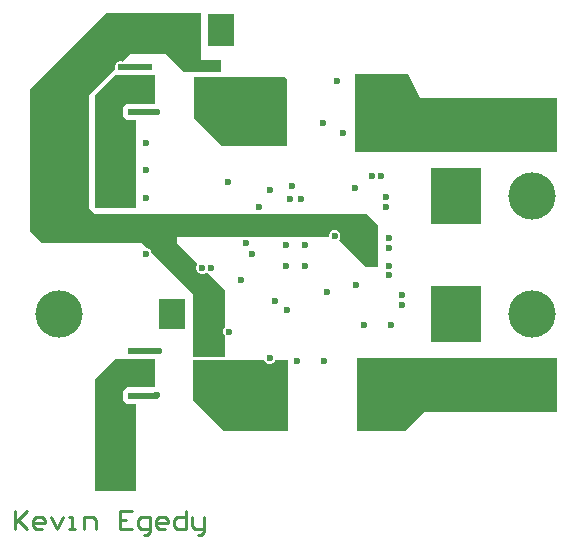
<source format=gtl>
G04*
G04 #@! TF.GenerationSoftware,Altium Limited,Altium Designer,21.9.1 (22)*
G04*
G04 Layer_Physical_Order=1*
G04 Layer_Color=255*
%FSLAX44Y44*%
%MOMM*%
G71*
G04*
G04 #@! TF.SameCoordinates,2345FEB6-A16B-4DA5-A685-52EC4FAC100B*
G04*
G04*
G04 #@! TF.FilePolarity,Positive*
G04*
G01*
G75*
%ADD11C,0.2540*%
%ADD12R,2.1000X0.6000*%
%ADD13R,3.8500X5.5000*%
%ADD14R,2.5500X3.7500*%
%ADD15R,0.9000X2.5000*%
%ADD22C,0.5000*%
%ADD23C,4.0000*%
%ADD24C,0.6000*%
G36*
X198000Y427000D02*
X176000D01*
Y454000D01*
X198000D01*
Y427000D01*
D02*
G37*
G36*
X170000Y415000D02*
X187000D01*
Y405000D01*
X154999D01*
X145000Y414999D01*
X140000Y420000D01*
X110000D01*
X103706Y413705D01*
X102995Y414000D01*
X101005D01*
X99168Y413239D01*
X97761Y411832D01*
X97000Y409995D01*
Y408005D01*
X97295Y407295D01*
X75000Y385000D01*
Y290000D01*
X80000Y285000D01*
X310000D01*
X320000Y275000D01*
Y240000D01*
X310000D01*
X287036Y262964D01*
X287239Y263168D01*
X288000Y265005D01*
Y266995D01*
X287239Y268832D01*
X285832Y270239D01*
X283995Y271000D01*
X282005D01*
X280168Y270239D01*
X278761Y268832D01*
X278000Y266995D01*
Y265005D01*
X277996Y265000D01*
X208998Y264998D01*
X208995Y265000D01*
X207005D01*
X207002Y264998D01*
X150000Y264997D01*
X150001Y260001D01*
X166831Y243172D01*
Y241902D01*
X166761Y241832D01*
X166000Y239995D01*
Y238005D01*
X166761Y236168D01*
X168168Y234761D01*
X170005Y234000D01*
X171995D01*
X173832Y234761D01*
X174500Y235429D01*
X175168Y234761D01*
X175293Y234709D01*
X190000Y220003D01*
Y188071D01*
X189761Y187832D01*
X189000Y185995D01*
Y184005D01*
X189761Y182168D01*
X190000Y181929D01*
Y164000D01*
X163000D01*
X163000Y217000D01*
X127996Y252004D01*
X127239Y253832D01*
X125832Y255239D01*
X124004Y255996D01*
X120000Y260000D01*
X35000D01*
X25000Y270000D01*
X25000Y389346D01*
X89450Y455000D01*
X170000D01*
Y415000D01*
D02*
G37*
G36*
X131000Y402000D02*
Y378000D01*
X106999Y378000D01*
X104000Y374999D01*
X104000Y366601D01*
X107249Y364000D01*
X115000D01*
Y290000D01*
X80000D01*
Y375000D01*
Y385000D01*
X97000Y402000D01*
X131000Y402000D01*
D02*
G37*
G36*
X243000Y399000D02*
Y342000D01*
X188000D01*
X164000Y366000D01*
Y401000D01*
X241000D01*
X243000Y399000D01*
D02*
G37*
G36*
X355000Y383000D02*
X471000D01*
Y337000D01*
X300000D01*
Y403000D01*
X345000D01*
X355000Y383000D01*
D02*
G37*
G36*
X407000Y276000D02*
X365000D01*
Y324000D01*
X407000D01*
Y276000D01*
D02*
G37*
G36*
X156000Y187000D02*
X134000D01*
Y213000D01*
X156000D01*
Y187000D01*
D02*
G37*
G36*
X407000Y176000D02*
X365000D01*
Y224000D01*
X407000D01*
Y176000D01*
D02*
G37*
G36*
X244000Y101000D02*
X189000D01*
X163000Y127000D01*
Y161000D01*
X223417D01*
X223761Y160168D01*
X225168Y158761D01*
X227005Y158000D01*
X228995D01*
X230832Y158761D01*
X232239Y160168D01*
X232584Y161000D01*
X244000D01*
Y101000D01*
D02*
G37*
G36*
X131000Y162000D02*
Y138000D01*
X106999Y138000D01*
X104000Y134999D01*
X104000Y126601D01*
X107249Y124000D01*
X115000D01*
Y50000D01*
X80000D01*
Y135000D01*
Y145000D01*
X97000Y162000D01*
X131000Y162000D01*
D02*
G37*
G36*
X471000Y117000D02*
X359000D01*
X343000Y101000D01*
X302000D01*
Y163000D01*
X471000D01*
Y117000D01*
D02*
G37*
D11*
X12540Y32853D02*
Y17618D01*
Y22697D01*
X22697Y32853D01*
X15079Y25236D01*
X22697Y17618D01*
X35393D02*
X30314D01*
X27775Y20157D01*
Y25236D01*
X30314Y27775D01*
X35393D01*
X37932Y25236D01*
Y22697D01*
X27775D01*
X43010Y27775D02*
X48088Y17618D01*
X53167Y27775D01*
X58245Y17618D02*
X63324D01*
X60784D01*
Y27775D01*
X58245D01*
X70941Y17618D02*
Y27775D01*
X78559D01*
X81098Y25236D01*
Y17618D01*
X111568Y32853D02*
X101411D01*
Y17618D01*
X111568D01*
X101411Y25236D02*
X106490D01*
X121725Y12540D02*
X124264D01*
X126803Y15079D01*
Y27775D01*
X119185D01*
X116646Y25236D01*
Y20157D01*
X119185Y17618D01*
X126803D01*
X139499D02*
X134421D01*
X131881Y20157D01*
Y25236D01*
X134421Y27775D01*
X139499D01*
X142038Y25236D01*
Y22697D01*
X131881D01*
X157273Y32853D02*
Y17618D01*
X149656D01*
X147116Y20157D01*
Y25236D01*
X149656Y27775D01*
X157273D01*
X162351D02*
Y20157D01*
X164891Y17618D01*
X172508D01*
Y15079D01*
X169969Y12540D01*
X167430D01*
X172508Y17618D02*
Y27775D01*
D12*
X118000Y409050D02*
D03*
Y396350D02*
D03*
Y383650D02*
D03*
Y370950D02*
D03*
X176000Y409050D02*
D03*
Y396350D02*
D03*
Y383650D02*
D03*
Y370950D02*
D03*
Y130950D02*
D03*
Y143650D02*
D03*
Y156350D02*
D03*
Y169050D02*
D03*
X118000Y130950D02*
D03*
Y143650D02*
D03*
Y156350D02*
D03*
Y169050D02*
D03*
D13*
X322750Y130000D02*
D03*
X223250D02*
D03*
X322750Y370000D02*
D03*
X223250D02*
D03*
D14*
X386000Y143000D02*
D03*
Y197000D02*
D03*
Y357000D02*
D03*
Y303000D02*
D03*
D15*
X181500Y200000D02*
D03*
X150500D02*
D03*
X181500Y440000D02*
D03*
X150500D02*
D03*
D22*
X102000Y409000D02*
X102025Y409025D01*
X121705D01*
X132975Y130975D02*
X133000Y131000D01*
X121755Y130975D02*
X132975D01*
X121730Y130950D02*
X121755Y130975D01*
Y169025D02*
X133975D01*
X134000Y169000D01*
X121705Y409025D02*
X121730Y409050D01*
Y169050D02*
X121755Y169025D01*
X121730Y370950D02*
X131950D01*
D23*
X50000Y300000D02*
D03*
Y200000D02*
D03*
X450000Y360000D02*
D03*
Y300000D02*
D03*
Y200000D02*
D03*
Y140000D02*
D03*
D24*
X95000Y115000D02*
D03*
X85000Y130000D02*
D03*
X100000Y70000D02*
D03*
X110000Y115000D02*
D03*
X85000Y70000D02*
D03*
X110000Y85000D02*
D03*
X85000Y100000D02*
D03*
X95000Y55000D02*
D03*
X110000D02*
D03*
X95000Y85000D02*
D03*
Y148000D02*
D03*
X100000Y100000D02*
D03*
Y130000D02*
D03*
X107000Y144000D02*
D03*
Y156000D02*
D03*
X102000Y409000D02*
D03*
X133000Y131000D02*
D03*
X134000Y169000D02*
D03*
X107000Y396000D02*
D03*
Y384000D02*
D03*
X283000Y266000D02*
D03*
X255000Y297000D02*
D03*
X100000Y370000D02*
D03*
Y340000D02*
D03*
X95000Y388000D02*
D03*
Y325000D02*
D03*
X110000Y295000D02*
D03*
X95000D02*
D03*
X85000Y340000D02*
D03*
X110000Y325000D02*
D03*
X85000Y310000D02*
D03*
X110000Y355000D02*
D03*
X100000Y310000D02*
D03*
X85000Y370000D02*
D03*
X95000Y355000D02*
D03*
X178000Y239000D02*
D03*
X171000D02*
D03*
X331000Y191000D02*
D03*
X340000Y216000D02*
D03*
Y208000D02*
D03*
X329000Y241000D02*
D03*
Y233000D02*
D03*
X329000Y264000D02*
D03*
Y256000D02*
D03*
X327000Y291000D02*
D03*
X322000Y317000D02*
D03*
X140000Y201000D02*
D03*
Y193000D02*
D03*
X369000Y187000D02*
D03*
X395000Y220000D02*
D03*
X369000Y205000D02*
D03*
X377000Y220000D02*
D03*
X403000Y187000D02*
D03*
Y205000D02*
D03*
X369000Y295000D02*
D03*
Y313000D02*
D03*
X395000Y280000D02*
D03*
X403000Y295000D02*
D03*
X377000Y280000D02*
D03*
X403000Y313000D02*
D03*
X140000Y208000D02*
D03*
X194000Y450000D02*
D03*
Y432000D02*
D03*
X219000Y291000D02*
D03*
X245000Y297000D02*
D03*
X208000Y260000D02*
D03*
X300000Y307000D02*
D03*
X300809Y224809D02*
D03*
X312000Y249000D02*
D03*
X273000Y362000D02*
D03*
X290000Y353000D02*
D03*
X258000Y241000D02*
D03*
Y258000D02*
D03*
X242000D02*
D03*
Y241000D02*
D03*
X247000Y308000D02*
D03*
X307809Y190809D02*
D03*
X390000Y120000D02*
D03*
X204000Y229000D02*
D03*
X213485Y251000D02*
D03*
X194000Y185000D02*
D03*
X193000Y312000D02*
D03*
X228000Y305000D02*
D03*
X233000Y211000D02*
D03*
X190000Y371000D02*
D03*
X123000Y274000D02*
D03*
X390000Y379000D02*
D03*
X190000Y131000D02*
D03*
X133000Y370900D02*
D03*
X194000Y441000D02*
D03*
X285000Y397000D02*
D03*
X315000Y317000D02*
D03*
X327000Y299000D02*
D03*
X251000Y160000D02*
D03*
X274000Y160000D02*
D03*
X228000Y163000D02*
D03*
X123000Y298000D02*
D03*
Y322000D02*
D03*
Y345000D02*
D03*
Y251000D02*
D03*
X277000Y219000D02*
D03*
X243000Y203000D02*
D03*
M02*

</source>
